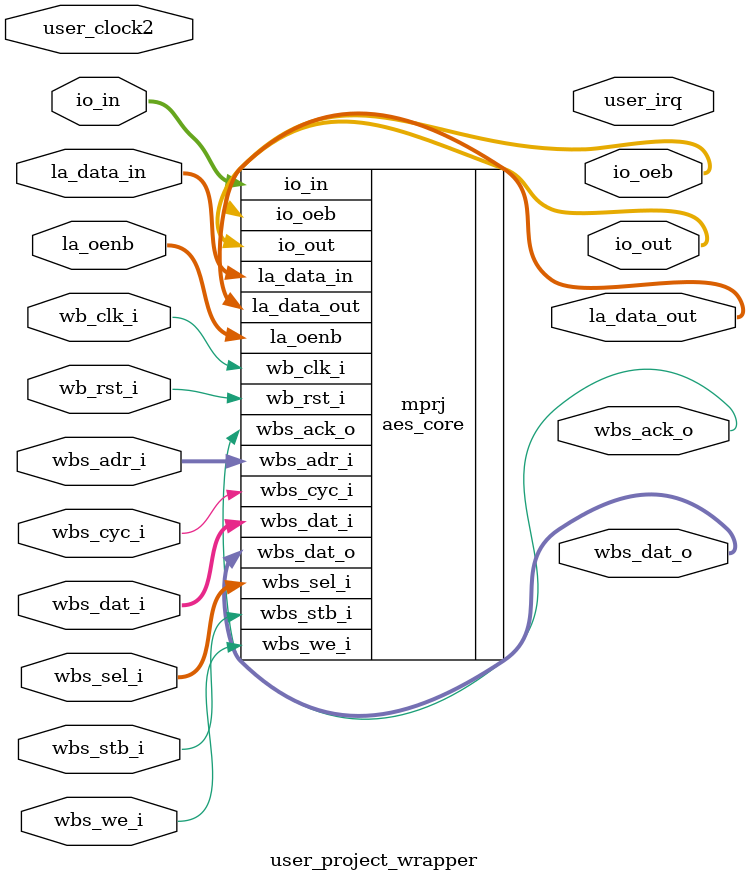
<source format=v>
module user_project_wrapper (user_clock2,
    wb_clk_i,
    wb_rst_i,
    wbs_ack_o,
    wbs_cyc_i,
    wbs_stb_i,
    wbs_we_i,
    io_in,
    io_oeb,
    io_out,
    la_data_in,
    la_data_out,
    la_oenb,
    user_irq,
    wbs_adr_i,
    wbs_dat_i,
    wbs_dat_o,
    wbs_sel_i);
 input user_clock2;
 input wb_clk_i;
 input wb_rst_i;
 output wbs_ack_o;
 input wbs_cyc_i;
 input wbs_stb_i;
 input wbs_we_i;
 input [37:0] io_in;
 output [37:0] io_oeb;
 output [37:0] io_out;
 input [63:0] la_data_in;
 output [63:0] la_data_out;
 input [63:0] la_oenb;
 output [2:0] user_irq;
 input [31:0] wbs_adr_i;
 input [31:0] wbs_dat_i;
 output [31:0] wbs_dat_o;
 input [3:0] wbs_sel_i;


 aes_core mprj (.wb_clk_i(wb_clk_i),
    .wb_rst_i(wb_rst_i),
    .wbs_ack_o(wbs_ack_o),
    .wbs_cyc_i(wbs_cyc_i),
    .wbs_stb_i(wbs_stb_i),
    .wbs_we_i(wbs_we_i),
    .io_in({io_in[37],
    io_in[36],
    io_in[35],
    io_in[34],
    io_in[33],
    io_in[32],
    io_in[31],
    io_in[30],
    io_in[29],
    io_in[28],
    io_in[27],
    io_in[26],
    io_in[25],
    io_in[24],
    io_in[23],
    io_in[22],
    io_in[21],
    io_in[20],
    io_in[19],
    io_in[18],
    io_in[17],
    io_in[16],
    io_in[15],
    io_in[14],
    io_in[13],
    io_in[12],
    io_in[11],
    io_in[10],
    io_in[9],
    io_in[8],
    io_in[7],
    io_in[6],
    io_in[5],
    io_in[4],
    io_in[3],
    io_in[2],
    io_in[1],
    io_in[0]}),
    .io_oeb({io_oeb[37],
    io_oeb[36],
    io_oeb[35],
    io_oeb[34],
    io_oeb[33],
    io_oeb[32],
    io_oeb[31],
    io_oeb[30],
    io_oeb[29],
    io_oeb[28],
    io_oeb[27],
    io_oeb[26],
    io_oeb[25],
    io_oeb[24],
    io_oeb[23],
    io_oeb[22],
    io_oeb[21],
    io_oeb[20],
    io_oeb[19],
    io_oeb[18],
    io_oeb[17],
    io_oeb[16],
    io_oeb[15],
    io_oeb[14],
    io_oeb[13],
    io_oeb[12],
    io_oeb[11],
    io_oeb[10],
    io_oeb[9],
    io_oeb[8],
    io_oeb[7],
    io_oeb[6],
    io_oeb[5],
    io_oeb[4],
    io_oeb[3],
    io_oeb[2],
    io_oeb[1],
    io_oeb[0]}),
    .io_out({io_out[37],
    io_out[36],
    io_out[35],
    io_out[34],
    io_out[33],
    io_out[32],
    io_out[31],
    io_out[30],
    io_out[29],
    io_out[28],
    io_out[27],
    io_out[26],
    io_out[25],
    io_out[24],
    io_out[23],
    io_out[22],
    io_out[21],
    io_out[20],
    io_out[19],
    io_out[18],
    io_out[17],
    io_out[16],
    io_out[15],
    io_out[14],
    io_out[13],
    io_out[12],
    io_out[11],
    io_out[10],
    io_out[9],
    io_out[8],
    io_out[7],
    io_out[6],
    io_out[5],
    io_out[4],
    io_out[3],
    io_out[2],
    io_out[1],
    io_out[0]}),
    .la_data_in({la_data_in[63],
    la_data_in[62],
    la_data_in[61],
    la_data_in[60],
    la_data_in[59],
    la_data_in[58],
    la_data_in[57],
    la_data_in[56],
    la_data_in[55],
    la_data_in[54],
    la_data_in[53],
    la_data_in[52],
    la_data_in[51],
    la_data_in[50],
    la_data_in[49],
    la_data_in[48],
    la_data_in[47],
    la_data_in[46],
    la_data_in[45],
    la_data_in[44],
    la_data_in[43],
    la_data_in[42],
    la_data_in[41],
    la_data_in[40],
    la_data_in[39],
    la_data_in[38],
    la_data_in[37],
    la_data_in[36],
    la_data_in[35],
    la_data_in[34],
    la_data_in[33],
    la_data_in[32],
    la_data_in[31],
    la_data_in[30],
    la_data_in[29],
    la_data_in[28],
    la_data_in[27],
    la_data_in[26],
    la_data_in[25],
    la_data_in[24],
    la_data_in[23],
    la_data_in[22],
    la_data_in[21],
    la_data_in[20],
    la_data_in[19],
    la_data_in[18],
    la_data_in[17],
    la_data_in[16],
    la_data_in[15],
    la_data_in[14],
    la_data_in[13],
    la_data_in[12],
    la_data_in[11],
    la_data_in[10],
    la_data_in[9],
    la_data_in[8],
    la_data_in[7],
    la_data_in[6],
    la_data_in[5],
    la_data_in[4],
    la_data_in[3],
    la_data_in[2],
    la_data_in[1],
    la_data_in[0]}),
    .la_data_out({la_data_out[63],
    la_data_out[62],
    la_data_out[61],
    la_data_out[60],
    la_data_out[59],
    la_data_out[58],
    la_data_out[57],
    la_data_out[56],
    la_data_out[55],
    la_data_out[54],
    la_data_out[53],
    la_data_out[52],
    la_data_out[51],
    la_data_out[50],
    la_data_out[49],
    la_data_out[48],
    la_data_out[47],
    la_data_out[46],
    la_data_out[45],
    la_data_out[44],
    la_data_out[43],
    la_data_out[42],
    la_data_out[41],
    la_data_out[40],
    la_data_out[39],
    la_data_out[38],
    la_data_out[37],
    la_data_out[36],
    la_data_out[35],
    la_data_out[34],
    la_data_out[33],
    la_data_out[32],
    la_data_out[31],
    la_data_out[30],
    la_data_out[29],
    la_data_out[28],
    la_data_out[27],
    la_data_out[26],
    la_data_out[25],
    la_data_out[24],
    la_data_out[23],
    la_data_out[22],
    la_data_out[21],
    la_data_out[20],
    la_data_out[19],
    la_data_out[18],
    la_data_out[17],
    la_data_out[16],
    la_data_out[15],
    la_data_out[14],
    la_data_out[13],
    la_data_out[12],
    la_data_out[11],
    la_data_out[10],
    la_data_out[9],
    la_data_out[8],
    la_data_out[7],
    la_data_out[6],
    la_data_out[5],
    la_data_out[4],
    la_data_out[3],
    la_data_out[2],
    la_data_out[1],
    la_data_out[0]}),
    .la_oenb({la_oenb[63],
    la_oenb[62],
    la_oenb[61],
    la_oenb[60],
    la_oenb[59],
    la_oenb[58],
    la_oenb[57],
    la_oenb[56],
    la_oenb[55],
    la_oenb[54],
    la_oenb[53],
    la_oenb[52],
    la_oenb[51],
    la_oenb[50],
    la_oenb[49],
    la_oenb[48],
    la_oenb[47],
    la_oenb[46],
    la_oenb[45],
    la_oenb[44],
    la_oenb[43],
    la_oenb[42],
    la_oenb[41],
    la_oenb[40],
    la_oenb[39],
    la_oenb[38],
    la_oenb[37],
    la_oenb[36],
    la_oenb[35],
    la_oenb[34],
    la_oenb[33],
    la_oenb[32],
    la_oenb[31],
    la_oenb[30],
    la_oenb[29],
    la_oenb[28],
    la_oenb[27],
    la_oenb[26],
    la_oenb[25],
    la_oenb[24],
    la_oenb[23],
    la_oenb[22],
    la_oenb[21],
    la_oenb[20],
    la_oenb[19],
    la_oenb[18],
    la_oenb[17],
    la_oenb[16],
    la_oenb[15],
    la_oenb[14],
    la_oenb[13],
    la_oenb[12],
    la_oenb[11],
    la_oenb[10],
    la_oenb[9],
    la_oenb[8],
    la_oenb[7],
    la_oenb[6],
    la_oenb[5],
    la_oenb[4],
    la_oenb[3],
    la_oenb[2],
    la_oenb[1],
    la_oenb[0]}),
    .wbs_adr_i({wbs_adr_i[31],
    wbs_adr_i[30],
    wbs_adr_i[29],
    wbs_adr_i[28],
    wbs_adr_i[27],
    wbs_adr_i[26],
    wbs_adr_i[25],
    wbs_adr_i[24],
    wbs_adr_i[23],
    wbs_adr_i[22],
    wbs_adr_i[21],
    wbs_adr_i[20],
    wbs_adr_i[19],
    wbs_adr_i[18],
    wbs_adr_i[17],
    wbs_adr_i[16],
    wbs_adr_i[15],
    wbs_adr_i[14],
    wbs_adr_i[13],
    wbs_adr_i[12],
    wbs_adr_i[11],
    wbs_adr_i[10],
    wbs_adr_i[9],
    wbs_adr_i[8],
    wbs_adr_i[7],
    wbs_adr_i[6],
    wbs_adr_i[5],
    wbs_adr_i[4],
    wbs_adr_i[3],
    wbs_adr_i[2],
    wbs_adr_i[1],
    wbs_adr_i[0]}),
    .wbs_dat_i({wbs_dat_i[31],
    wbs_dat_i[30],
    wbs_dat_i[29],
    wbs_dat_i[28],
    wbs_dat_i[27],
    wbs_dat_i[26],
    wbs_dat_i[25],
    wbs_dat_i[24],
    wbs_dat_i[23],
    wbs_dat_i[22],
    wbs_dat_i[21],
    wbs_dat_i[20],
    wbs_dat_i[19],
    wbs_dat_i[18],
    wbs_dat_i[17],
    wbs_dat_i[16],
    wbs_dat_i[15],
    wbs_dat_i[14],
    wbs_dat_i[13],
    wbs_dat_i[12],
    wbs_dat_i[11],
    wbs_dat_i[10],
    wbs_dat_i[9],
    wbs_dat_i[8],
    wbs_dat_i[7],
    wbs_dat_i[6],
    wbs_dat_i[5],
    wbs_dat_i[4],
    wbs_dat_i[3],
    wbs_dat_i[2],
    wbs_dat_i[1],
    wbs_dat_i[0]}),
    .wbs_dat_o({wbs_dat_o[31],
    wbs_dat_o[30],
    wbs_dat_o[29],
    wbs_dat_o[28],
    wbs_dat_o[27],
    wbs_dat_o[26],
    wbs_dat_o[25],
    wbs_dat_o[24],
    wbs_dat_o[23],
    wbs_dat_o[22],
    wbs_dat_o[21],
    wbs_dat_o[20],
    wbs_dat_o[19],
    wbs_dat_o[18],
    wbs_dat_o[17],
    wbs_dat_o[16],
    wbs_dat_o[15],
    wbs_dat_o[14],
    wbs_dat_o[13],
    wbs_dat_o[12],
    wbs_dat_o[11],
    wbs_dat_o[10],
    wbs_dat_o[9],
    wbs_dat_o[8],
    wbs_dat_o[7],
    wbs_dat_o[6],
    wbs_dat_o[5],
    wbs_dat_o[4],
    wbs_dat_o[3],
    wbs_dat_o[2],
    wbs_dat_o[1],
    wbs_dat_o[0]}),
    .wbs_sel_i({wbs_sel_i[3],
    wbs_sel_i[2],
    wbs_sel_i[1],
    wbs_sel_i[0]}));
endmodule


</source>
